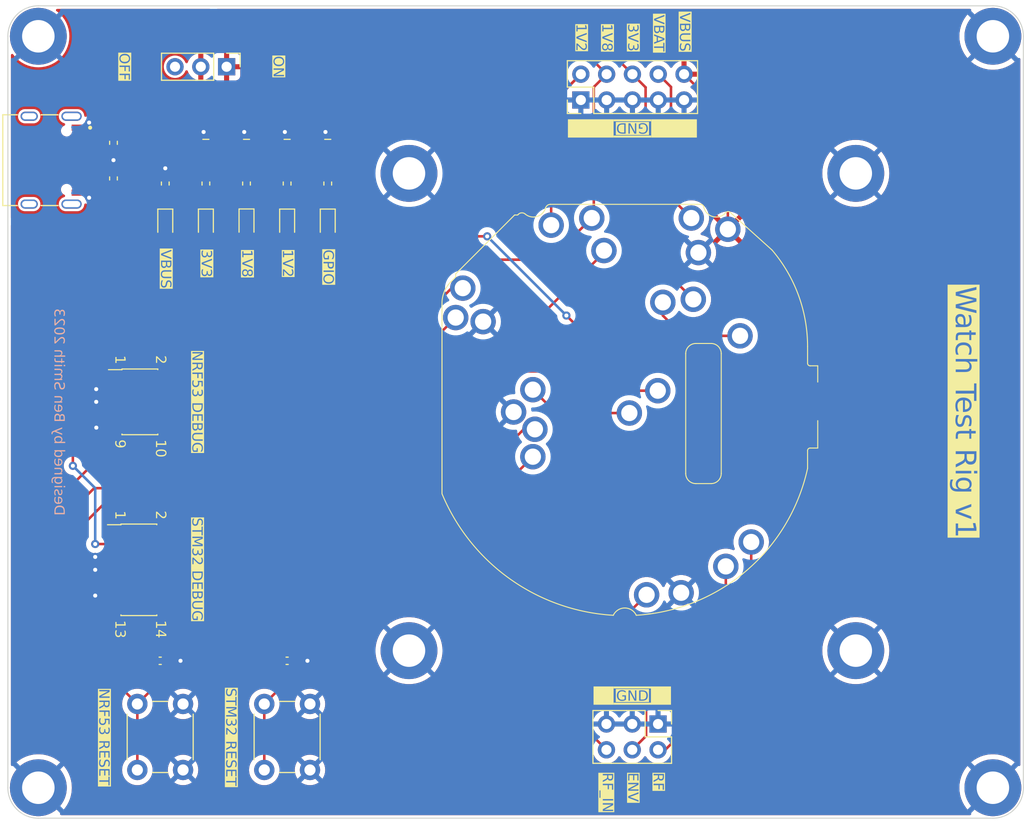
<source format=kicad_pcb>
(kicad_pcb (version 20221018) (generator pcbnew)
  (layers (0 "F.Cu" signal) (31 "B.Cu" signal) (34 "B.Paste" user) (35 "F.Paste" user) (36 "B.SilkS" user "B.Silkscreen") (37 "F.SilkS" user "F.Silkscreen") (38 "B.Mask" user) (39 "F.Mask" user) (44 "Edge.Cuts" user))
  (net 0 "")
  (net 1 "/STM32_SWDIO")
  (net 2 "/STM32_SWCLK")
  (net 3 "/STM32_SWO")
  (net 5 "/STM32_VCP_TX")
  (net 6 "+1V8")
  (net 7 "/STM32_VCP_RX")
  (net 9 "GND")
  (net 12 "/STM32_RST")
  (net 13 "/NRF_SWDIO")
  (net 14 "/NRF_SWCLK")
  (net 18 "/NRF_RST")
  (net 19 "+1V2")
  (net 20 "+3V3")
  (net 21 "+VBAT")
  (net 22 "VBUS")
  (net 23 "/LED_3V3_K")
  (net 24 "/LED_1V8_K")
  (net 25 "/LED_1V2_K")
  (net 26 "/LED_VBUS_K")
  (net 27 "/LED_3V3_D")
  (net 28 "/LED_1V8_D")
  (net 29 "/LED_1V2_D")
  (net 30 "/LED_STM32_K")
  (net 31 "/LED_STM32_D")
  (net 32 "/CC1")
  (net 33 "/CC2")
  (net 34 "/VIN")
  (net 45 "/LED_STM32")
  (net 47 "/RF_IN")
  (net 48 "/SIGNAL_ENVELOPE")
  (net 49 "/RF")
  (footprint "Diode_SMD:D_0603_1608Metric" (layer "F.Cu") (at 130.5 76.5 -90)
    (fp_text reference "D104" hide)
    (fp_text value "GREEN" hide)
    (pad "1" smd roundrect (at -0.7875 0 270) (size 0.875 0.95) (layers "F.Cu" "F.Paste" "F.Mask") (net 26 "/LED_VBUS_K"))
    (pad "2" smd roundrect (at 0.7875 0 270) (size 0.875 0.95) (layers "F.Cu" "F.Paste" "F.Mask") (net 22 "VBUS"))
  )
  (footprint "Button_Switch_THT:SW_PUSH_6mm_H5mm" (layer "F.Cu") (at 127.75 130.25 90)
    (fp_text reference "SW102" hide)
    (fp_text value "PSH_BTN")
    (pad "1" thru_hole circle (at 0 0 180) (size 2 2) (drill 1.1) (layers "*.Cu" "*.Mask") (net 18 "/NRF_RST"))
    (pad "1" thru_hole circle (at 6.5 0 180) (size 2 2) (drill 1.1) (layers "*.Cu" "*.Mask") (net 18 "/NRF_RST"))
    (pad "2" thru_hole circle (at 0 4.5 180) (size 2 2) (drill 1.1) (layers "*.Cu" "*.Mask") (net 9 "GND"))
    (pad "2" thru_hole circle (at 6.5 4.5 180) (size 2 2) (drill 1.1) (layers "*.Cu" "*.Mask") (net 9 "GND"))
  )
  (footprint "Capacitor_SMD:C_0402_1005Metric" (layer "F.Cu") (at 142.5 119.5 180)
    (fp_text reference "C101" hide)
    (fp_text value "100n")
    (pad "1" smd roundrect (at -0.48 0 180) (size 0.56 0.62) (layers "F.Cu" "F.Paste" "F.Mask") (net 9 "GND"))
    (pad "2" smd roundrect (at 0.48 0 180) (size 0.56 0.62) (layers "F.Cu" "F.Paste" "F.Mask") (net 12 "/STM32_RST"))
  )
  (footprint "Resistor_SMD:R_0402_1005Metric" (layer "F.Cu") (at 130.5 72.5 90)
    (fp_text reference "R104" hide)
    (fp_text value "2k2" hide)
    (pad "1" smd roundrect (at -0.51 0 90) (size 0.54 0.64) (layers "F.Cu" "F.Paste" "F.Mask") (net 26 "/LED_VBUS_K"))
    (pad "2" smd roundrect (at 0.51 0 90) (size 0.54 0.64) (layers "F.Cu" "F.Paste" "F.Mask") (net 9 "GND"))
  )
  (footprint "MountingHole:MountingHole_3.2mm_M3_DIN965_Pad_TopBottom" (layer "F.Cu") (at 198.5 118.5)
    (fp_text reference "H108" hide)
    (fp_text value "M3")
    (pad "1" thru_hole circle (at 0 0) (size 3.6 3.6) (drill 3.2) (layers "*.Cu" "*.Mask") (net 9 "GND"))
    (pad "1" connect circle (at 0 0) (size 5.6 5.6) (layers "F.Cu" "F.Mask") (net 9 "GND"))
    (pad "1" connect circle (at 0 0) (size 5.6 5.6) (layers "B.Cu" "B.Mask") (net 9 "GND"))
  )
  (footprint "Diode_SMD:D_0603_1608Metric" (layer "F.Cu") (at 138.5 76.49 -90)
    (fp_text reference "D102" hide)
    (fp_text value "GREEN" hide)
    (pad "1" smd roundrect (at -0.7875 0 270) (size 0.875 0.95) (layers "F.Cu" "F.Paste" "F.Mask") (net 24 "/LED_1V8_K"))
    (pad "2" smd roundrect (at 0.7875 0 270) (size 0.875 0.95) (layers "F.Cu" "F.Paste" "F.Mask") (net 22 "VBUS"))
  )
  (footprint "watch_footprints:Pogo_Pin_8mm" (layer "F.Cu") (at 187.1 87.5)
    (fp_text reference "PP116" hide)
    (fp_text value "8mm" hide)
    (pad "1" thru_hole circle (at 0 0) (size 2.5 2.5) (drill 1.6) (layers "*.Cu" "*.Mask") (net 45 "/LED_STM32"))
  )
  (footprint "watch_footprints:Pogo_Pin_8mm" (layer "F.Cu") (at 176.2 95.1)
    (fp_text reference "PP107" hide)
    (fp_text value "8mm" hide)
    (pad "1" thru_hole circle (at 0 0) (size 2.5 2.5) (drill 1.6) (layers "*.Cu" "*.Mask") (net 7 "/STM32_VCP_RX"))
  )
  (footprint "Button_Switch_THT:SW_PUSH_6mm_H5mm" (layer "F.Cu") (at 140.25 130.25 90)
    (fp_text reference "SW101" hide)
    (fp_text value "PSH_BTN")
    (pad "1" thru_hole circle (at 0 0 180) (size 2 2) (drill 1.1) (layers "*.Cu" "*.Mask") (net 12 "/STM32_RST"))
    (pad "1" thru_hole circle (at 6.5 0 180) (size 2 2) (drill 1.1) (layers "*.Cu" "*.Mask") (net 12 "/STM32_RST"))
    (pad "2" thru_hole circle (at 0 4.5 180) (size 2 2) (drill 1.1) (layers "*.Cu" "*.Mask") (net 9 "GND"))
    (pad "2" thru_hole circle (at 6.5 4.5 180) (size 2 2) (drill 1.1) (layers "*.Cu" "*.Mask") (net 9 "GND"))
  )
  (footprint "watch_footprints:DMN21D2UFB7B" (layer "F.Cu") (at 138.5 69 90)
    (fp_text reference "Q102" hide)
    (fp_text value "DMN21D2UFB-7B" hide)
    (pad "1" smd rect (at 0.35 0.225 180) (size 0.25 0.4) (layers "F.Cu" "F.Paste" "F.Mask") (net 6 "+1V8"))
    (pad "2" smd rect (at 0.35 -0.225 180) (size 0.25 0.4) (layers "F.Cu" "F.Paste" "F.Mask") (net 9 "GND"))
    (pad "3" smd rect (at -0.35 0 90) (size 0.4 0.7) (layers "F.Cu" "F.Paste" "F.Mask") (net 28 "/LED_1V8_D"))
  )
  (footprint "watch_footprints:DMN21D2UFB7B" (layer "F.Cu") (at 146.5 69 90)
    (fp_text reference "Q104" hide)
    (fp_text value "DMN21D2UFB-7B" hide)
    (pad "1" smd rect (at 0.35 0.225 180) (size 0.25 0.4) (layers "F.Cu" "F.Paste" "F.Mask") (net 45 "/LED_STM32"))
    (pad "2" smd rect (at 0.35 -0.225 180) (size 0.25 0.4) (layers "F.Cu" "F.Paste" "F.Mask") (net 9 "GND"))
    (pad "3" smd rect (at -0.35 0 90) (size 0.4 0.7) (layers "F.Cu" "F.Paste" "F.Mask") (net 31 "/LED_STM32_D"))
  )
  (footprint "Connector_PinHeader_2.54mm:PinHeader_1x03_P2.54mm_Vertical" (layer "F.Cu") (at 136.54 61 -90)
    (fp_text reference "SW103" hide)
    (fp_text value "SW_SPDT")
    (pad "1" thru_hole rect (at 0 0 270) (size 1.7 1.7) (drill 1) (layers "*.Cu" "*.Mask") (net 22 "VBUS"))
    (pad "2" thru_hole oval (at 0 2.54 270) (size 1.7 1.7) (drill 1) (layers "*.Cu" "*.Mask") (net 34 "/VIN"))
    (pad "3" thru_hole oval (at 0 5.08 270) (size 1.7 1.7) (drill 1) (layers "*.Cu" "*.Mask"))
  )
  (footprint "MountingHole:MountingHole_3.2mm_M3_DIN965_Pad_TopBottom" (layer "F.Cu") (at 198.5 71.5)
    (fp_text reference "H106" hide)
    (fp_text value "M3")
    (pad "1" thru_hole circle (at 0 0) (size 3.6 3.6) (drill 3.2) (layers "*.Cu" "*.Mask") (net 9 "GND"))
    (pad "1" connect circle (at 0 0) (size 5.6 5.6) (layers "F.Cu" "F.Mask") (net 9 "GND"))
    (pad "1" connect circle (at 0 0) (size 5.6 5.6) (layers "B.Cu" "B.Mask") (net 9 "GND"))
  )
  (footprint "Diode_SMD:D_0603_1608Metric" (layer "F.Cu") (at 142.5 76.5 -90)
    (fp_text reference "D103" hide)
    (fp_text value "GREEN" hide)
    (pad "1" smd roundrect (at -0.7875 0 270) (size 0.875 0.95) (layers "F.Cu" "F.Paste" "F.Mask") (net 25 "/LED_1V2_K"))
    (pad "2" smd roundrect (at 0.7875 0 270) (size 0.875 0.95) (layers "F.Cu" "F.Paste" "F.Mask") (net 22 "VBUS"))
  )
  (footprint "watch_footprints:Pogo_Pin_8mm" (layer "F.Cu") (at 182.3 75.9)
    (fp_text reference "PP111" hide)
    (fp_text value "8mm" hide)
    (pad "1" thru_hole circle (at 0 0) (size 2.5 2.5) (drill 1.6) (layers "*.Cu" "*.Mask") (net 21 "+VBAT"))
  )
  (footprint "Capacitor_SMD:C_0402_1005Metric" (layer "F.Cu") (at 130 119.5 180)
    (fp_text reference "C102" hide)
    (fp_text value "100n")
    (pad "1" smd roundrect (at -0.48 0 180) (size 0.56 0.62) (layers "F.Cu" "F.Paste" "F.Mask") (net 9 "GND"))
    (pad "2" smd roundrect (at 0.48 0 180) (size 0.56 0.62) (layers "F.Cu" "F.Paste" "F.Mask") (net 18 "/NRF_RST"))
  )
  (footprint "watch_footprints:Pogo_Pin_8mm" (layer "F.Cu") (at 185.9 77)
    (fp_text reference "PP110" hide)
    (fp_text value "8mm" hide)
    (pad "1" thru_hole circle (at 0 0) (size 2.5 2.5) (drill 1.6) (layers "*.Cu" "*.Mask") (net 22 "VBUS"))
  )
  (footprint "Connector_PinHeader_2.54mm:PinHeader_2x05_P2.54mm_Vertical" (layer "F.Cu") (at 171.425 64.275 90)
    (fp_text reference "J106" hide)
    (fp_text value "Conn_02x05_Odd_Even")
    (pad "1" thru_hole rect (at 0 0 90) (size 1.7 1.7) (drill 1) (layers "*.Cu" "*.Mask") (net 9 "GND"))
    (pad "2" thru_hole oval (at 2.54 0 90) (size 1.7 1.7) (drill 1) (layers "*.Cu" "*.Mask") (net 19 "+1V2"))
    (pad "3" thru_hole oval (at 0 2.54 90) (size 1.7 1.7) (drill 1) (layers "*.Cu" "*.Mask") (net 9 "GND"))
    (pad "4" thru_hole oval (at 2.54 2.54 90) (size 1.7 1.7) (drill 1) (layers "*.Cu" "*.Mask") (net 6 "+1V8"))
    (pad "5" thru_hole oval (at 0 5.08 90) (size 1.7 1.7) (drill 1) (layers "*.Cu" "*.Mask") (net 9 "GND"))
    (pad "6" thru_hole oval (at 2.54 5.08 90) (size 1.7 1.7) (drill 1) (layers "*.Cu" "*.Mask") (net 20 "+3V3"))
    (pad "7" thru_hole oval (at 0 7.62 90) (size 1.7 1.7) (drill 1) (layers "*.Cu" "*.Mask") (net 9 "GND"))
    (pad "8" thru_hole oval (at 2.54 7.62 90) (size 1.7 1.7) (drill 1) (layers "*.Cu" "*.Mask") (net 21 "+VBAT"))
    (pad "9" thru_hole oval (at 0 10.16 90) (size 1.7 1.7) (drill 1) (layers "*.Cu" "*.Mask") (net 9 "GND"))
    (pad "10" thru_hole oval (at 2.54 10.16 90) (size 1.7 1.7) (drill 1) (layers "*.Cu" "*.Mask") (net 22 "VBUS"))
  )
  (footprint "MountingHole:MountingHole_3.2mm_M3_DIN965_Pad_TopBottom" (layer "F.Cu") (at 118 58)
    (fp_text reference "H104" hide)
    (fp_text value "M3")
    (pad "1" thru_hole circle locked (at 0 0) (size 3.6 3.6) (drill 3.2) (layers "*.Cu" "*.Mask") (net 9 "GND"))
    (pad "1" connect circle locked (at 0 0) (size 5.6 5.6) (layers "F.Cu" "F.Mask") (net 9 "GND"))
    (pad "1" connect circle locked (at 0 0) (size 5.6 5.6) (layers "B.Cu" "B.Mask") (net 9 "GND"))
  )
  (footprint "MountingHole:MountingHole_3.2mm_M3_DIN965_Pad_TopBottom" (layer "F.Cu") (at 212 132)
    (fp_text reference "H102" hide)
    (fp_text value "M3")
    (pad "1" thru_hole circle locked (at 0 0) (size 3.6 3.6) (drill 3.2) (layers "*.Cu" "*.Mask") (net 9 "GND"))
    (pad "1" connect circle locked (at 0 0) (size 5.6 5.6) (layers "F.Cu" "F.Mask") (net 9 "GND"))
    (pad "1" connect circle locked (at 0 0) (size 5.6 5.6) (layers "B.Cu" "B.Mask") (net 9 "GND"))
  )
  (footprint "Resistor_SMD:R_0402_1005Metric" (layer "F.Cu") (at 138.5 72.5 90)
    (fp_text reference "R102" hide)
    (fp_text value "2k2" hide)
    (pad "1" smd roundrect (at -0.51 0 90) (size 0.54 0.64) (layers "F.Cu" "F.Paste" "F.Mask") (net 24 "/LED_1V8_K"))
    (pad "2" smd roundrect (at 0.51 0 90) (size 0.54 0.64) (layers "F.Cu" "F.Paste" "F.Mask") (net 28 "/LED_1V8_D"))
  )
  (footprint "watch_footprints:Pogo_Pin_8mm" (layer "F.Cu") (at 183 79.3)
    (fp_text reference "PP112" hide)
    (fp_text value "8mm" hide)
    (pad "1" thru_hole circle (at 0 0) (size 2.5 2.5) (drill 1.6) (layers "*.Cu" "*.Mask") (net 9 "GND"))
  )
  (footprint "watch_footprints:STDC14" (layer "F.Cu") (at 127.9 110.54)
    (fp_text reference "J101" hide)
    (fp_text value "STDC14" hide)
    (pad "1" smd rect (at -1.95 -3.81) (size 2.4 0.74) (layers "F.Cu" "F.Paste" "F.Mask"))
    (pad "2" smd rect (at 1.95 -3.81) (size 2.4 0.74) (layers "F.Cu" "F.Paste" "F.Mask"))
    (pad "3" smd rect (at -1.95 -2.54) (size 2.4 0.74) (layers "F.Cu" "F.Paste" "F.Mask") (net 6 "+1V8"))
    (pad "4" smd rect (at 1.95 -2.54) (size 2.4 0.74) (layers "F.Cu" "F.Paste" "F.Mask") (net 1 "/STM32_SWDIO"))
    (pad "5" smd rect (at -1.95 -1.27) (size 2.4 0.74) (layers "F.Cu" "F.Paste" "F.Mask") (net 9 "GND"))
    (pad "6" smd rect (at 1.95 -1.27) (size 2.4 0.74) (layers "F.Cu" "F.Paste" "F.Mask") (net 2 "/STM32_SWCLK"))
    (pad "7" smd rect (at -1.95 0) (size 2.4 0.74) (layers "F.Cu" "F.Paste" "F.Mask") (net 9 "GND"))
    (pad "8" smd rect (at 1.95 0) (size 2.4 0.74) (layers "F.Cu" "F.Paste" "F.Mask") (net 3 "/STM32_SWO"))
    (pad "9" smd rect (at -1.95 1.27) (size 2.4 0.74) (layers "F.Cu" "F.Paste" "F.Mask"))
    (pad "10" smd rect (at 1.95 1.27) (size 2.4 0.74) (layers "F.Cu" "F.Paste" "F.Mask"))
    (pad "11" smd rect (at -1.95 2.54) (size 2.4 0.74) (layers "F.Cu" "F.Paste" "F.Mask") (net 9 "GND"))
    (pad "12" smd rect (at 1.95 2.54) (size 2.4 0.74) (layers "F.Cu" "F.Paste" "F.Mask") (net 12 "/STM32_RST"))
    (pad "13" smd rect (at -1.95 3.81) (size 2.4 0.74) (layers "F.Cu" "F.Paste" "F.Mask") (net 7 "/STM32_VCP_RX"))
    (pad "14" smd rect (at 1.95 3.81) (size 2.4 0.74) (layers "F.Cu" "F.Paste" "F.Mask") (net 5 "/STM32_VCP_TX"))
  )
  (footprint "watch_footprints:Pogo_Pin_8mm" (layer "F.Cu") (at 164.8 95)
    (fp_text reference "PP114" hide)
    (fp_text value "8mm" hide)
    (pad "1" thru_hole circle (at 0 0) (size 2.5 2.5) (drill 1.6) (layers "*.Cu" "*.Mask") (net 9 "GND"))
  )
  (footprint "Resistor_SMD:R_0402_1005Metric" (layer "F.Cu") (at 125.4 68.49 -90)
    (fp_text reference "R107" hide)
    (fp_text value "5k1")
    (pad "1" smd roundrect (at -0.51 0 270) (size 0.54 0.64) (layers "F.Cu" "F.Paste" "F.Mask") (net 32 "/CC1"))
    (pad "2" smd roundrect (at 0.51 0 270) (size 0.54 0.64) (layers "F.Cu" "F.Paste" "F.Mask") (net 9 "GND"))
  )
  (footprint "Connector_PinHeader_2.54mm:PinHeader_2x03_P2.54mm_Vertical" (layer "F.Cu") (at 179.025 125.725 -90)
    (fp_text reference "J105" hide)
    (fp_text value "Conn_02x03_Odd_Even")
    (pad "1" thru_hole rect (at 0 0 270) (size 1.7 1.7) (drill 1) (layers "*.Cu" "*.Mask") (net 9 "GND"))
    (pad "2" thru_hole oval (at 2.54 0 270) (size 1.7 1.7) (drill 1) (layers "*.Cu" "*.Mask") (net 49 "/RF"))
    (pad "3" thru_hole oval (at 0 2.54 270) (size 1.7 1.7) (drill 1) (layers "*.Cu" "*.Mask") (net 9 "GND"))
    (pad "4" thru_hole oval (at 2.54 2.54 270) (size 1.7 1.7) (drill 1) (layers "*.Cu" "*.Mask") (net 48 "/SIGNAL_ENVELOPE"))
    (pad "5" thru_hole oval (at 0 5.08 270) (size 1.7 1.7) (drill 1) (layers "*.Cu" "*.Mask") (net 9 "GND"))
    (pad "6" thru_hole oval (at 2.54 5.08 270) (size 1.7 1.7) (drill 1) (layers "*.Cu" "*.Mask") (net 47 "/RF_IN"))
  )
  (footprint "Diode_SMD:D_0603_1608Metric" (layer "F.Cu") (at 134.5 76.5 -90)
    (fp_text reference "D101" hide)
    (fp_text value "GREEN" hide)
    (pad "1" smd roundrect (at -0.7875 0 270) (size 0.875 0.95) (layers "F.Cu" "F.Paste" "F.Mask") (net 23 "/LED_3V3_K"))
    (pad "2" smd roundrect (at 0.7875 0 270) (size 0.875 0.95) (layers "F.Cu" "F.Paste" "F.Mask") (net 22 "VBUS"))
  )
  (footprint "watch_footprints:Pogo_Pin_8mm" (layer "F.Cu") (at 168.5 76.6)
    (fp_text reference "PP119" hide)
    (fp_text value "8mm" hide)
    (pad "1" thru_hole circle (at 0 0) (size 2.5 2.5) (drill 1.6) (layers "*.Cu" "*.Mask") (net 19 "+1V2"))
  )
  (footprint "MountingHole:MountingHole_3.2mm_M3_DIN965_Pad_TopBottom" (layer "F.Cu") (at 118 132)
    (fp_text reference "H103" hide)
    (fp_text value "M3")
    (pad "1" thru_hole circle locked (at 0 0) (size 3.6 3.6) (drill 3.2) (layers "*.Cu" "*.Mask") (net 9 "GND"))
    (pad "1" connect circle locked (at 0 0) (size 5.6 5.6) (layers "F.Cu" "F.Mask") (net 9 "GND"))
    (pad "1" connect circle locked (at 0 0) (size 5.6 5.6) (layers "B.Cu" "B.Mask") (net 9 "GND"))
  )
  (footprint "watch_footprints:Pogo_Pin_8mm" (layer "F.Cu") (at 181.3 112.8)
    (fp_text reference "PP122" hide)
    (fp_text value "8mm")
    (pad "1" thru_hole circle (at 0 0) (size 2.5 2.5) (drill 1.6) (layers "*.Cu" "*.Mask") (net 9 "GND"))
  )
  (footprint "watch_footprints:MIPI10" (layer "F.Cu") (at 128 94)
    (fp_text reference "J102" hide)
    (fp_text value "MIPI10" hide)
    (pad "1" smd rect (at -1.95 -2.54) (size 2.4 0.74) (layers "F.Cu" "F.Paste" "F.Mask") (net 6 "+1V8"))
    (pad "2" smd rect (at 1.95 -2.54) (size 2.4 0.74) (layers "F.Cu" "F.Paste" "F.Mask") (net 13 "/NRF_SWDIO"))
    (pad "3" smd rect (at -1.95 -1.27) (size 2.4 0.74) (layers "F.Cu" "F.Paste" "F.Mask") (net 9 "GND"))
    (pad "4" smd rect (at 1.95 -1.27) (size 2.4 0.74) (layers "F.Cu" "F.Paste" "F.Mask") (net 14 "/NRF_SWCLK"))
    (pad "5" smd rect (at -1.95 0) (size 2.4 0.74) (layers "F.Cu" "F.Paste" "F.Mask") (net 9 "GND"))
    (pad "6" smd rect (at 1.95 0) (size 2.4 0.74) (layers "F.Cu" "F.Paste" "F.Mask"))
    (pad "7" smd rect (at -1.95 1.27) (size 2.4 0.74) (layers "F.Cu" "F.Paste" "F.Mask"))
    (pad "8" smd rect (at 1.95 1.27) (size 2.4 0.74) (layers "F.Cu" "F.Paste" "F.Mask"))
    (pad "9" smd rect (at -1.95 2.54) (size 2.4 0.74) (layers "F.Cu" "F.Paste" "F.Mask") (net 9 "GND"))
    (pad "10" smd rect (at 1.95 2.54) (size 2.4 0.74) (layers "F.Cu" "F.Paste" "F.Mask") (net 18 "/NRF_RST"))
  )
  (footprint "MountingHole:MountingHole_3.2mm_M3_DIN965_Pad_TopBottom" (layer "F.Cu") (at 154.5 118.5)
    (fp_text reference "H107" hide)
    (fp_text value "M3")
    (pad "1" thru_hole circle (at 0 0) (size 3.6 3.6) (drill 3.2) (layers "*.Cu" "*.Mask") (net 9 "GND"))
    (pad "1" connect circle (at 0 0) (size 5.6 5.6) (layers "F.Cu" "F.Mask") (net 9 "GND"))
    (pad "1" connect circle (at 0 0) (size 5.6 5.6) (layers "B.Cu" "B.Mask") (net 9 "GND"))
  )
  (footprint "watch_footprints:Pogo_Pin_8mm" (layer "F.Cu") (at 159.8 82.8)
    (fp_text reference "PP108" hide)
    (fp_text value "8mm" hide)
    (pad "1" thru_hole circle (at 0 0) (size 2.5 2.5) (drill 1.6) (layers "*.Cu" "*.Mask") (net 13 "/NRF_SWDIO"))
  )
  (footprint "Resistor_SMD:R_0402_1005Metric" (layer "F.Cu") (at 146.5 72.5 90)
    (fp_text reference "R105" hide)
    (fp_text value "2k2" hide)
    (pad "1" smd roundrect (at -0.51 0 90) (size 0.54 0.64) (layers "F.Cu" "F.Paste" "F.Mask") (net 30 "/LED_STM32_K"))
    (pad "2" smd roundrect (at 0.51 0 90) (size 0.54 0.64) (layers "F.Cu" "F.Paste" "F.Mask") (net 31 "/LED_STM32_D"))
  )
  (footprint "Resistor_SMD:R_0402_1005Metric" (layer "F.Cu") (at 125.4 72 90)
    (fp_text reference "R106" hide)
    (fp_text value "5k1")
    (pad "1" smd roundrect (at -0.51 0 90) (size 0.54 0.64) (layers "F.Cu" "F.Paste" "F.Mask") (net 33 "/CC2"))
    (pad "2" smd roundrect (at 0.51 0 90) (size 0.54 0.64) (layers "F.Cu" "F.Paste" "F.Mask") (net 9 "GND"))
  )
  (footprint "Resistor_SMD:R_0402_1005Metric" (layer "F.Cu") (at 134.5 72.5 90)
    (fp_text reference "R101" hide)
    (fp_text value "2k2" hide)
    (pad "1" smd roundrect (at -0.51 0 90) (size 0.54 0.64) (layers "F.Cu" "F.Paste" "F.Mask") (net 23 "/LED_3V3_K"))
    (pad "2" smd roundrect (at 0.51 0 90) (size 0.54 0.64) (layers "F.Cu" "F.Paste" "F.Mask") (net 27 "/LED_3V3_D"))
  )
  (footprint "watch_footprints:Pogo_Pin_8mm" (layer "F.Cu") (at 185.7 110.2)
    (fp_text reference "PP120" hide)
    (fp_text value "8mm")
    (pad "1" thru_hole circle (at 0 0) (size 2.5 2.5) (drill 1.6) (layers "*.Cu" "*.Mask") (net 48 "/SIGNAL_ENVELOPE"))
  )
  (footprint "watch_footprints:DMN21D2UFB7B" (layer "F.Cu") (at 142.5 69 90)
    (fp_text reference "Q103" hide)
    (fp_text value "DMN21D2UFB-7B" hide)
    (pad "1" smd rect (at 0.35 0.225 180) (size 0.25 0.4) (layers "F.Cu" "F.Paste" "F.Mask") (net 19 "+1V2"))
    (pad "2" smd rect (at 0.35 -0.225 180) (size 0.25 0.4) (layers "F.Cu" "F.Paste" "F.Mask") (net 9 "GND"))
    (pad "3" smd rect (at -0.35 0 90) (size 0.4 0.7) (layers "F.Cu" "F.Paste" "F.Mask") (net 29 "/LED_1V2_D"))
  )
  (footprint "watch_footprints:Watch Outline V1 SS" (layer "F.Cu") (at 175.7 95.2)
    (fp_text reference "U101" hide)
    (fp_text value "Watch_Outline SS")
  )
  (footprint "watch_footprints:Pogo_Pin_8mm" (layer "F.Cu") (at 161.8 86.1)
    (fp_text reference "PP113" hide)
    (fp_text value "8mm" hide)
    (pad "1" thru_hole circle (at 0 0) (size 2.5 2.5) (drill 1.6) (layers "*.Cu" "*.Mask") (net 9 "GND"))
  )
  (footprint "Diode_SMD:D_0603_1608Metric" (layer "F.Cu") (at 146.5 76.5 -90)
    (fp_text reference "D105" hide)
    (fp_text value "GREEN" hide)
    (pad "1" smd roundrect (at -0.7875 0 270) (size 0.875 0.95) (layers "F.Cu" "F.Paste" "F.Mask") (net 30 "/LED_STM32_K"))
    (pad "2" smd roundrect (at 0.7875 0 270) (size 0.875 0.95) (layers "F.Cu" "F.Paste" "F.Mask") (net 22 "VBUS"))
  )
  (footprint "watch_footprints:Pogo_Pin_8mm" (layer "F.Cu") (at 172.5 75.9)
    (fp_text reference "PP118" hide)
    (fp_text value "8mm" hide)
    (pad "1" thru_hole circle (at 0 0) (size 2.5 2.5) (drill 1.6) (layers "*.Cu" "*.Mask") (net 6 "+1V8"))
  )
  (footprint "watch_footprints:Pogo_Pin_8mm" (layer "F.Cu") (at 179 92.9)
    (fp_text reference "PP105" hide)
    (fp_text value "8mm" hide)
    (pad "1" thru_hole circle (at 0 0) (size 2.5 2.5) (drill 1.6) (layers "*.Cu" "*.Mask") (net 5 "/STM32_VCP_TX"))
  )
  (footprint "watch_footprints:Pogo_Pin_8mm" (layer "F.Cu") (at 166.9 96.7)
    (fp_text reference "PP101" hide)
    (fp_text value "8mm" hide)
    (pad "1" thru_hole circle (at 0 0) (size 2.5 2.5) (drill 1.6) (layers "*.Cu" "*.Mask") (net 1 "/STM32_SWDIO"))
  )
  (footprint "watch_footprints:Pogo_Pin_8mm" (layer "F.Cu") (at 182.5 83.9)
    (fp_text reference "PP115" hide)
    (fp_text value "8mm" hide)
    (pad "1" thru_hole circle (at 0 0) (size 2.5 2.5) (drill 1.6) (layers "*.Cu" "*.Mask") (net 20 "+3V3"))
  )
  (footprint "MountingHole:MountingHole_3.2mm_M3_DIN965_Pad_TopBottom" (layer "F.Cu") (at 154.5 71.5)
    (fp_text reference "H105" hide)
    (fp_text value "M3")
    (pad "1" thru_hole circle (at 0 0) (size 3.6 3.6) (drill 3.2) (layers "*.Cu" "*.Mask") (net 9 "GND"))
    (pad "1" connect circle (at 0 0) (size 5.6 5.6) (layers "F.Cu" "F.Mask") (net 9 "GND"))
    (pad "1" connect circle (at 0 0) (size 5.6 5.6) (layers "B.Cu" "B.Mask") (net 9 "GND"))
  )
  (footprint "watch_footprints:Pogo_Pin_8mm" (layer "F.Cu") (at 166.7 99.4)
    (fp_text reference "PP102" hide)
    (fp_text value "8mm" hide)
    (pad "1" thru_hole circle (at 0 0) (size 2.5 2.5) (drill 1.6) (layers "*.Cu" "*.Mask") (net 2 "/STM32_SWCLK"))
  )
  (footprint "watch_footprints:Pogo_Pin_8mm" (layer "F.Cu") (at 159.1 85.7)
    (fp_text reference "PP106" hide)
    (fp_text value "8mm" hide)
    (pad "1" thru_hole circle (at 0 0) (size 2.5 2.5) (drill 1.6) (layers "*.Cu" "*.Mask") (net 14 "/NRF_SWCLK"))
  )
  (footprint "watch_footprints:Pogo_Pin_8mm" (layer "F.Cu") (at 188.2 107.8)
    (fp_text reference "PP121" hide)
    (fp_text value "8mm")
    (pad "1" thru_hole circle (at 0 0) (size 2.5 2.5) (drill 1.6) (layers "*.Cu" "*.Mask") (net 49 "/RF"))
  )
  (footprint "watch_footprints:TYPE-C-31-M-12" (layer "F.Cu") (at 117.1 70.2 -90)
    (fp_text reference "J103" hide)
    (fp_text value "TYPE-C-31-M-12" hide)
    (pad "" np_thru_hole circle (at -2.89 -3.68 270) (size 0.6 0.6) (drill 0.6) (layers "*.Cu" "*.Mask"))
    (pad "" np_thru_hole circle (at 2.89 -3.68 270) (size 0.6 0.6) (drill 0.6) (layers "*.Cu" "*.Mask"))
    (pad "A1_B12" smd rect (at -3.2 -4.75 270) (size 0.6 1.14) (layers "F.Cu" "F.Paste") (net 9 "GND"))
    (pad "A4_B9" smd rect (at -2.4 -4.75 270) (size 0.6 1.14) (layers "F.Cu" "F.Paste") (net 34 "/VIN"))
    (pad "A5" smd rect (at -1.25 -4.75 270) (size 0.3 1.14) (layers "F.Cu" "F.Paste") (net 32 "/CC1"))
    (pad "A6" smd rect (at -0.25 -4.75 270) (size 0.3 1.14) (layers "F.Cu" "F.Paste"))
    (pad "A7" smd rect (at 0.25 -4.75 270) (size 0.3 1.14) (layers "F.Cu" "F.Paste"))
    (pad "A8" smd rect (at 1.25 -4.75 270) (size 0.3 1.14) (layers "F.Cu" "F.Paste"))
    (pad "B1_A12" smd rect (at 3.2 -4.75 270) (size 0.6 1.14) (layers "F.Cu" "F.Paste") (net 9 "GND"))
    (pad "B4_A9" smd rect (at 2.4 -4.75 270) (size 0.6 1.14) (layers "F.Cu" "F.Paste") (net 34 "/VIN"))
    (pad "B5" smd rect (at 1.75 -4.75 270) (size 0.3 1.14) (layers "F.Cu" "F.Paste") (net 33 "/CC2"))
    (pad "B6" smd rect (at 0.75 -4.75 270) (size 0.3 1.14) (layers "F.Cu" "F.Paste"))
    (pad "B7" smd rect (at -0.75 -4.75 270) (size 0.3 1.14) (layers "F.Cu" "F.Paste"))
    (pad "B8" smd rect (at -1.75 -4.75 270) (size 0.3 1.14) (layers "F.Cu" "F.Paste"))
    (pad "S1" thru_hole oval (at -4.325 -4.17 270) (size 0.9 2) (drill oval 0.6 1.7) (layers "*.Cu" "*.Mask"))
    (pad "S2" thru_hole oval (at 4.325 -4.17 270) (size 0.9 2) (drill oval 0.6 1.7) (layers "*.Cu" "*.Mask"))
    (pad "S3" thru_hole oval (at -4.325 0 270) (size 0.9 1.7) (drill oval 0.6 1.4) (layers "*.Cu" "*.Mask"))
    (pad "S4" thru_hole oval (at 4.325 0 270) (size 0.9 1.7) (drill oval 0.6 1.4) (layers "*.Cu" "*.Mask"))
  )
  (footprint "MountingHole:MountingHole_3.2mm_M3_DIN965_Pad_TopBottom" (layer "F.Cu") (at 212 58)
    (fp_text reference "H101" hide)
    (fp_text value "M3")
    (pad "1" thru_hole circle locked (at 0 0) (size 3.6 3.6) (drill 3.2) (layers "*.Cu" "*.Mask") (net 9 "GND"))
    (pad "1" connect circle locked (at 0 0) (size 5.6 5.6) (layers "F.Cu" "F.Mask") (net 9 "GND"))
    (pad "1" connect circle locked (at 0 0) (size 5.6 5.6) (layers "B.Cu" "B.Mask") (net 9 "GND"))
  )
  (footprint "watch_footprints:Pogo_Pin_8mm" (layer "F.Cu") (at 179.5 84.2)
    (fp_text reference "PP104" hide)
    (fp_text value "8mm" hide)
    (pad "1" thru_hole circle (at 0 0) (size 2.5 2.5) (drill 1.6) (layers "*.Cu" "*.Mask") (net 12 "/STM32_RST"))
  )
  (footprint "watch_footprints:Pogo_Pin_8mm" (layer "F.Cu") (at 177.9 113)
    (fp_text reference "PP117" hide)
    (fp_text value "8mm")
    (pad "1" thru_hole circle (at 0 0) (size 2.5 2.5) (drill 1.6) (layers "*.Cu" "*.Mask") (net 47 "/RF_IN"))
  )
  (footprint "watch_footprints:Pogo_Pin_8mm" (layer "F.Cu") (at 166.7 92.8)
    (fp_text reference "PP103" hide)
    (fp_text value "8mm" hide)
    (pad "1" thru_hole circle (at 0 0) (size 2.5 2.5) (drill 1.6) (layers "*.Cu" "*.Mask") (net 3 "/STM32_SWO"))
  )
  (footprint "watch_footprints:Pogo_Pin_8mm" (layer "F.Cu") (at 173.7 79.1)
    (fp_text reference "PP109" hide)
    (fp_text value "8mm" hide)
    (pad "1" thru_hole circle (at 0 0) (size 2.5 2.5) (drill 1.6) (layers "*.Cu" "*.Mask") (net 18 "/NRF_RST"))
  )
  (footprint "Resistor_SMD:R_0402_1005Metric" (layer "F.Cu") (at 142.5 72.5 90)
    (fp_text reference "R103" hide)
    (fp_text value "2k2" hide)
    (pad "1" smd roundrect (at -0.51 0 90) (size 0.54 0.64) (layers "F.Cu" "F.Paste" "F.Mask") (net 25 "/LED_1V2_K"))
    (pad "2" smd roundrect (at 0.51 0 90) (size 0.54 0.64) (layers "F.Cu" "F.Paste" "F.Mask") (net 29 "/LED_1V2_D"))
  )
  (footprint "watch_footprints:DMN21D2UFB7B" (layer "F.Cu") (at 134.5 69 90)
    (fp_text reference "Q101" hide)
    (fp_text value "DMN21D2UFB-7B" hide)
    (pad "1" smd rect (at 0.35 0.225 180) (size 0.25 0.4) (layers "F.Cu" "F.Paste" "F.Mask") (net 20 "+3V3"))
    (pad "2" smd rect (at 0.35 -0.225 180) (size 0.25 0.4) (layers "F.Cu" "F.Paste" "F.Mask") (net 9 "GND"))
    (pad "3" smd rect (at -0.35 0 90) (size 0.4 0.7) (layers "F.Cu" "F.Paste" "F.Mask") (net 27 "/LED_3V3_D"))
  )
  (gr_rect (start 178.35 122.225) (end 174.65 122.025) (fill solid) (layer "F.SilkS"))
  (gr_rect (start 172.6746 122.025) (end 174.65 123.825) (fill solid) (layer "F.SilkS"))
  (gr_rect (start 170.15 66.175) (end 174.65 67.975) (fill solid) (layer "F.SilkS"))
  (gr_rect (start 178.3246 123.825) (end 180.3 122.025) (fill solid) (layer "F.SilkS"))
  (gr_rect (start 178.35 66.175) (end 182.85 67.975) (fill solid) (layer "F.SilkS"))
  (gr_rect (start 174.65 66.175) (end 178.35 66.375) (fill solid) (layer "F.SilkS"))
  (gr_rect (start 178.35 67.975) (end 174.65 67.775) (fill solid) (layer "F.SilkS"))
  (gr_rect (start 178.35 123.825) (end 174.65 123.625) (fill solid) (layer "F.SilkS"))
  (gr_line locked (start 115 58) (end 115 132) (stroke (width 0.1)) (layer "Edge.Cuts"))
  (gr_line locked (start 212 55) (end 118 55) (stroke (width 0.1)) (layer "Edge.Cuts"))
  (gr_arc locked (start 118 135) (mid 115.87868 134.12132) (end 115 132) (stroke (width 0.1)) (layer "Edge.Cuts"))
  (gr_line locked (start 215 132) (end 215 58) (stroke (width 0.1)) (layer "Edge.Cuts"))
  (gr_arc locked (start 115 58) (mid 115.87868 55.87868) (end 118 55) (stroke (width 0.1)) (layer "Edge.Cuts"))
  (gr_line locked (start 118 135) (end 212 135) (stroke (width 0.1)) (layer "Edge.Cuts"))
  (gr_arc locked (start 215 132) (mid 214.12132 134.12132) (end 212 135) (stroke (width 0.1)) (layer "Edge.Cuts"))
  (gr_arc locked (start 212 55) (mid 214.12132 55.87868) (end 215 58) (stroke (width 0.1)) (layer "Edge.Cuts"))
  (gr_text "Designed by Ben Smith 2023" (at 120 95 -90) (layer "B.SilkS") (effects (font (size 1 1)) (justify mirror)))
  (gr_text "1V8" (at 173.95 59.5 270) (layer "F.SilkS" knockout) (effects (font (size 1 1)) (justify right)))
  (gr_text "VBUS" (at 130.5 79 270) (layer "F.SilkS" knockout) (effects (font (size 1 1)) (justify left)))
  (gr_text "2" (at 130 105.6 270) (layer "F.SilkS") (effects (font (size 1 1)) (justify right)))
  (gr_text "NRF53 DEBUG" (at 133 94 270) (layer "F.SilkS" knockout) (effects (font (size 1 1)) (justify bottom)))
  (gr_text "VBUS" (at 181.6 59.5 270) (layer "F.SilkS" knockout) (effects (font (size 1 1)) (justify right)))
  (gr_text "GPIO" (at 146.5 79 270) (layer "F.SilkS" knockout) (effects (font (size 1 1)) (justify left)))
  (gr_text "RF_IN" (at 174 130.5 270) (layer "F.SilkS" knockout) (effects (font (size 1 1)) (justify left)))
  (gr_text "ON" (at 141 61 270) (layer "F.SilkS" knockout) (effects (font (size 1 1)) (justify bottom)))
  (gr_text "STM32 DEBUG" (at 133 110.5 270) (layer "F.SilkS" knockout) (effects (font (size 1 1)) (justify bottom)))
  (gr_text "OFF" (at 127 61 270) (layer "F.SilkS" knockout) (effects (font (size 1 1)) (justify top)))
  (gr_text "Watch Test Rig v1" (at 208 95 270) (layer "F.SilkS" knockout) (effects (font (size 2 2)) (justify bottom)))
  (gr_text "1V2" (at 171.4 59.5 270) (layer "F.SilkS" knockout) (effects (font (size 1 1)) (justify right)))
  (gr_text "10" (at 130 97.7 270) (layer "F.SilkS") (effects (font (size 1 1)) (justify left)))
  (gr_text "RF" (at 179 130.5 270) (layer "F.SilkS" knockout) (effects (font (size 1 1)) (justify left)))
  (gr_text "NRF53 RESET" (at 125 127 270) (layer "F.SilkS" knockout) (effects (font (size 1 1)) (justify top)))
  (gr_text "3V3" (at 176.5 59.5 270) (layer "F.SilkS" knockout) (effects (font (size 1 1)) (justify right)))
  (gr_text "STM32 RESET" (at 137.5 127 270) (layer "F.SilkS" knockout) (effects (font (size 1 1)) (justify top)))
  (gr_text "13" (at 126 115.5 270) (layer "F.SilkS") (effects (font (size 1 1)) (justify left)))
  (gr_text "1" (at 126 105.6 270) (layer "F.SilkS") (effects (font (size 1 1)) (justify right)))
  (gr_text "1" (at 126 90.3 270) (layer "F.SilkS") (effects (font (size 1 1)) (justify right)))
  (gr_text "9" (at 126 97.7 270) (layer "F.SilkS") (effects (font (size 1 1)) (justify left)))
  (gr_text "1V8" (at 138.5 79 270) (layer "F.SilkS" knockout) (effects (font (size 1 1)) (justify left)))
  (gr_text "14" (at 130 115.5 270) (layer "F.SilkS") (effects (font (size 1 1)) (justify left)))
  (gr_text "3V3" (at 134.5 79 270) (layer "F.SilkS" knockout) (effects (font (size 1 1)) (justify left)))
  (gr_text "VBAT" (at 179.05 59.5 270) (layer "F.SilkS" knockout) (effects (font (size 1 1)) (justify right)))
  (gr_text "ENV" (at 176.5 130.5 270) (layer "F.SilkS" knockout) (effects (font (size 1 1)) (justify left)))
  (gr_text "GND" (at 176.5 123.6) (layer "F.SilkS" knockout) (effects (font (size 1 1)) (justify bottom)))
  (gr_text "1V2" (at 142.5 79 270) (layer "F.SilkS" knockout) (effects (font (size 1 1)) (justify left)))
  (gr_text "GND" (at 176.5 66.4 180) (layer "F.SilkS" knockout) (effects (font (size 1 1)) (justify bottom)))
  (gr_text "2" (at 130 90.3 270) (layer "F.SilkS") (effects (font (size 1 1)) (justify right)))
  (segment (start 165.8 96.7) (end 166.9 96.7) (width 0.25) (layer "F.Cu") (net 1))
  (segment (start 129.85 108) (end 154.5 108) (width 0.25) (layer "F.Cu") (net 1))
  (segment (start 154.5 108) (end 165.8 96.7) (width 0.25) (layer "F.Cu") (net 1))
  (segment (start 129.85 109.27) (end 156.83 109.27) (width 0.25) (layer "F.Cu") (net 2))
  (segment (start 156.83 109.27) (end 166.7 99.4) (width 0.25) (layer "F.Cu") (net 2))
  (segment (start 159.46 110.54) (end 169.5 100.5) (width 0.25) (layer "F.Cu") (net 3))
  (segment (start 169.5 100.5) (end 169.5 95.6) (width 0.25) (layer "F.Cu") (net 3))
  (segment (start 129.85 110.54) (end 159.46 110.54) (width 0.25) (layer "F.Cu") (net 3))
  (segment (start 169.5 95.6) (end 166.7 92.8) (width 0.25) (layer "F.Cu") (net 3))
  (segment (start 173.9 92.9) (end 179 92.9) (width 0.25) (layer "F.Cu") (net 5))
  (segment (start 162.25 89.5) (end 170.5 89.5) (width 0.25) (layer "F.Cu") (net 5))
  (segment (start 122.5 116) (end 121 114.5) (width 0.25) (layer "F.Cu") (net 5))
  (segment (start 149.25 102.5) (end 162.25 89.5) (width 0.25) (layer "F.Cu") (net 5))
  (segment (start 170.5 89.5) (end 173.9 92.9) (width 0.25) (layer "F.Cu") (net 5))
  (segment (start 123.5 102.5) (end 149.25 102.5) (width 0.25) (layer "F.Cu") (net 5))
  (segment (start 129.85 114.35) (end 128.2 116) (width 0.25) (layer "F.Cu") (net 5))
  (segment (start 121 105) (end 123.5 102.5) (width 0.25) (layer "F.Cu") (net 5))
  (segment (start 121 114.5) (end 121 105) (width 0.25) (layer "F.Cu") (net 5))
  (segment (start 128.2 116) (end 122.5 116) (width 0.25) (layer "F.Cu") (net 5))
  (segment (start 173.965 61.735) (end 172.43 60.2) (width 0.25) (layer "F.Cu") (net 6))
  (segment (start 172.5 75.9) (end 172.7 75.7) (width 0.25) (layer "F.Cu") (net 6))
  (segment (start 170.4 60.2) (end 167.4125 63.1875) (width 0.25) (layer "F.Cu") (net 6))
  (segment (start 121.4 92.8) (end 122.74 91.46) (width 0.25) (layer "F.Cu") (net 6))
  (segment (start 172.43 60.2) (end 170.4 60.2) (width 0.25) (layer "F.Cu") (net 6))
  (segment (start 126.05 91.46) (end 128.81 88.7) (width 0.25) (layer "F.Cu") (net 6))
  (segment (start 168.4 80) (end 172.5 75.9) (width 0.25) (layer "F.Cu") (net 6))
  (segment (start 172.7 63) (end 173.965 61.735) (width 0.25) (layer "F.Cu") (net 6))
  (segment (start 122.74 91.46) (end 126.05 91.46) (width 0.25) (layer "F.Cu") (net 6))
  (segment (start 144.1875 63.1875) (end 138.725 68.65) (width 0.25) (layer "F.Cu") (net 6))
  (segment (start 172.7 75.7) (end 172.7 63) (width 0.25) (layer "F.Cu") (net 6))
  (segment (start 121.4 100.3) (end 121.4 92.8) (width 0.25) (layer "F.Cu") (net 6))
  (segment (start 158 80) (end 168.4 80) (width 0.25) (layer "F.Cu") (net 6))
  (segment (start 167.4125 63.1875) (end 144.1875 63.1875) (width 0.25) (layer "F.Cu") (net 6))
  (segment (start 128.81 88.7) (end 149.3 88.7) (width 0.25) (layer "F.Cu") (net 6))
  (segment (start 125.95 108) (end 123.6 108) (width 0.25) (layer "F.Cu") (net 6))
  (segment (start 149.3 88.7) (end 158 80) (width 0.25) (layer "F.Cu") (net 6))
  (via (at 123.6 108) (size 0.8) (drill 0.4) (layers "F.Cu" "B.Cu") (net 6))
  (via (at 121.4 100.3) (size 0.8) (drill 0.4) (layers "F.Cu" "B.Cu") (net 6))
  (segment (start 123.6 108) (end 123.6 102.5) (width 0.25) (layer "B.Cu") (net 6))
  (segment (start 123.6 102.5) (end 121.4 100.3) (width 0.25) (layer "B.Cu") (net 6))
  (segment (start 164.5 91) (end 151.5 104) (width 0.25) (layer "F.Cu") (net 7))
  (segment (start 123.35 114.35) (end 125.95 114.35) (width 0.25) (layer "F.Cu") (net 7))
  (segment (start 176.2 95.1) (end 173.1 95.1) (width 0.25) (layer "F.Cu") (net 7))
  (segment (start 169 91) (end 164.5 91) (width 0.25) (layer "F.Cu") (net 7))
  (segment (start 122.5 106) (end 122.5 113.5) (width 0.25) (layer "F.Cu") (net 7))
  (segment (start 151.5 104) (end 124.5 104) (width 0.25) (layer "F.Cu") (net 7))
  (segment (start 122.5 113.5) (end 123.35 114.35) (width 0.25) (layer "F.Cu") (net 7))
  (segment (start 124.5 104) (end 122.5 106) (width 0.25) (layer "F.Cu") (net 7))
  (segment (start 173.1 95.1) (end 169 91) (width 0.25) (layer "F.Cu") (net 7))
  (segment (start 130.5 71.99) (end 130.5 71) (width 0.25) (layer "F.Cu") (net 9))
  (segment (start 134.275 67.425) (end 134.275 68.65) (width 0.25) (layer "F.Cu") (net 9))
  (segment (start 125.4 69) (end 125.4 70.2) (width 0.25) (layer "F.Cu") (net 9))
  (segment (start 123 73.9) (end 122.5 73.4) (width 0.25) (layer "F.Cu") (net 9))
  (segment (start 138.275 67.425) (end 138.275 68.65) (width 0.25) (layer "F.Cu") (net 9))
  (segment (start 123.6 113.08) (end 125.95 113.08) (width 0.25) (layer "F.Cu") (net 9))
  (segment (start 121.85 67) (end 122.5 67) (width 0.25) (layer "F.Cu") (net 9))
  (segment (start 142.98 119.5) (end 144.5 119.5) (width 0.25) (layer "F.Cu") (net 9))
  (segment (start 123.6 110.54) (end 125.95 110.54) (width 0.25) (layer "F.Cu") (net 9))
  (segment (start 130.48 119.5) (end 132 119.5) (width 0.25) (layer "F.Cu") (net 9))
  (segment (start 146.275 67.425) (end 146.275 68.65) (width 0.25) (layer "F.Cu") (net 9))
  (segment (start 122.5 67) (end 123 66.5) (width 0.25) (layer "F.Cu") (net 9))
  (segment (start 126.05 94) (end 123.7 94) (width 0.25) (layer "F.Cu") (net 9))
  (segment (start 123.72 92.73) (end 126.05 92.73) (width 0.25) (layer "F.Cu") (net 9))
  (segment (start 123.6 109.27) (end 125.95 109.27) (width 0.25) (layer "F.Cu") (net 9))
  (segment (start 125.4 71.49) (end 125.4 70.2) (width 0.25) (layer "F.Cu") (net 9))
  (segment (start 123.7 92.75) (end 123.72 92.73) (width 0.25) (layer "F.Cu") (net 9))
  (segment (start 122.5 73.4) (end 121.85 73.4) (width 0.25) (layer "F.Cu") (net 9))
  (segment (start 142.275 67.425) (end 142.275 68.65) (width 0.25) (layer "F.Cu") (net 9))
  (segment (start 123.71 96.54) (end 126.05 96.54) (width 0.25) (layer "F.Cu") (net 9))
  (via (at 132 119.5) (size 0.8) (drill 0.4) (layers "F.Cu" "B.Cu") (net 9))
  (via (at 123.6 109.27) (size 0.8) (drill 0.4) (layers "F.Cu" "B.Cu") (net 9))
  (via (at 123 73.9) (size 0.8) (drill 0.4) (layers "F.Cu" "B.Cu") (net 9))
  (via (at 134.275 67.425) (size 0.8) (drill 0.4) (layers "F.Cu" "B.Cu") (net 9))
  (via (at 146.275 67.425) (size 0.8) (drill 0.4) (layers "F.Cu" "B.Cu") (net 9))
  (via (at 138.275 67.425) (size 0.8) (drill 0.4) (layers "F.Cu" "B.Cu") (net 9))
  (via (at 123.7 94) (size 0.8) (drill 0.4) (layers "F.Cu" "B.Cu") (net 9))
  (via (at 130.5 71) (size 0.8) (drill 0.4) (layers "F.Cu" "B.Cu") (net 9))
  (via (at 123 66.5) (size 0.8) (drill 0.4) (layers "F.Cu" "B.Cu") (net 9))
  (via (at 125.4 70.2) (size 0.8) (drill 0.4) (layers "F.Cu" "B.Cu") (net 9))
  (via (at 123.6 110.54) (size 0.8) (drill 0.4) (layers "F.Cu" "B.Cu") (net 9))
  (via (at 123.71 96.54) (size 0.8) (drill 0.4) (layers "F.Cu" "B.Cu") (net 9))
  (via (at 123.7 92.75) (size 0.8) (drill 0.4) (layers "F.Cu" "B.Cu") (net 9))
  (via (at 144.5 119.5) (size 0.8) (drill 0.4) (layers "F.Cu" "B.Cu") (net 9))
  (via (at 142.275 67.425) (size 0.8) (drill 0.4) (layers "F.Cu" "B.Cu") (net 9))
  (via (at 123.6 113.08) (size 0.8) (drill 0.4) (layers "F.Cu" "B.Cu") (net 9))
  (segment (start 180.5 86.5) (end 179.5 85.5) (width 0.25) (layer "F.Cu") (net 12))
  (segment (start 165.42 113.08) (end 190 88.5) (width 0.25) (layer "F.Cu") (net 12))
  (segment (start 142.02 115.56) (end 144.5 113.08) (width 0.25) (layer "F.Cu") (net 12))
  (segment (start 142.02 121.98) (end 142.02 119.5) (width 0.25) (layer "F.Cu") (net 12))
  (segment (start 129.85 113.08) (end 144.5 113.08) (width 0.25) (layer "F.Cu") (net 12))
  (segment (start 144.5 113.08) (end 165.42 113.08) (width 0.25) (layer "F.Cu") (net 12))
  (segment (start 188.5 85) (end 185.5 85) (width 0.25) (layer "F.Cu") (net 12))
  (segment (start 190 88.5) (end 190 86.5) (width 0.25) (layer "F.Cu") (net 12))
  (segment (start 184 86.5) (end 180.5 86.5) (width 0.25) (layer "F.Cu") (net 12))
  (segment (start 185.5 85) (end 184 86.5) (width 0.25) (layer "F.Cu") (net 12))
  (segment (start 142.02 119.5) (end 142.02 115.56) (width 0.25) (layer "F.Cu") (net 12))
  (segment (start 140.25 123.75) (end 142.02 121.98) (width 0.25) (layer "F.Cu") (net 12))
  (segment (start 140.25 130.25) (end 140.25 123.75) (width 0.25) (layer "F.Cu") (net 12))
  (segment (start 179.5 85.5) (end 179.5 84.2) (width 0.25) (layer "F.Cu") (net 12))
  (segment (start 190 86.5) (end 188.5 85) (width 0.25) (layer "F.Cu") (net 12))
  (segment (start 150.04 91.46) (end 129.95 91.46) (width 0.25) (layer "F.Cu") (net 13))
  (segment (start 158.7 82.8) (end 150.04 91.46) (width 0.25) (layer "F.Cu") (net 13))
  (segment (start 159.8 82.8) (end 158.7 82.8) (width 0.25) (layer "F.Cu") (net 13))
  (segment (start 152.07 92.73) (end 129.95 92.73) (width 0.25) (layer "F.Cu") (net 14))
  (segment (start 159.1 85.7) (end 152.07 92.73) (width 0.25) (layer "F.Cu") (net 14))
  (segment (start 173.7 79.3) (end 173.7 79.1) (width 0.25) (layer "F.Cu") (net 18))
  (segment (start 165 88) (end 173.7 79.3) (width 0.25) (layer "F.Cu") (net 18))
  (segment (start 127.75 130.25) (end 127.75 123.75) (width 0.25) (layer "F.Cu") (net 18))
  (segment (start 129 99.5) (end 129.95 98.55) (width 0.25) (layer "F.Cu") (net 18))
  (segment (start 160 88) (end 165 88) (width 0.25) (layer "F.Cu") (net 18))
  (segment (start 151.46 96.54) (end 160 88) (width 0.25) (layer "F.Cu") (net 18))
  (segment (start 127.75 123.75) (end 119.5 115.5) (width 0.25) (layer "F.Cu") (net 18))
  (segment (start 129.52 121.98) (end 129.52 119.5) (width 0.25) (layer "F.Cu") (net 18))
  (segment (start 124 99.5) (end 129 99.5) (width 0.25) (layer "F.Cu") (net 18))
  (segment (start 127.75 123.75) (end 129.52 121.98) (width 0.25) (layer "F.Cu") (net 18))
  (segment (start 119.5 115.5) (end 119.5 104) (width 0.25) (layer "F.Cu") (net 18))
  (segment (start 129.95 98.55) (end 129.95 96.54) (width 0.25) (layer "F.Cu") (net 18))
  (segment (start 119.5 104) (end 124 99.5) (width 0.25) (layer "F.Cu") (net 18))
  (segment (start 129.95 96.54) (end 151.46 96.54) (width 0.25) (layer "F.Cu") (net 18))
  (segment (start 168.5 76.6) (end 168.5 64.66) (width 0.25) (layer "F.Cu") (net 19))
  (segment (start 168.46 64.7) (end 171.425 61.735) (width 0.25) (layer "F.Cu") (net 19))
  (segment (start 142.725 68.65) (end 146.675 64.7) (width 0.25) (layer "F.Cu") (net 19))
  (segment (start 146.675 64.7) (end 168.46 64.7) (width 0.25) (layer "F.Cu") (net 19))
  (segment (start 168.5 64.66) (end 171.425 61.735) (width 0.25) (layer "F.Cu") (net 19))
  (segment (start 166.3 61.6) (end 141.775 61.6) (width 0.25) (layer "F.Cu") (net 20))
  (segment (start 177.8 63.03) (end 176.505 61.735) (width 0.25) (layer "F.Cu") (net 20))
  (segment (start 141.775 61.6) (end 134.725 68.65) (width 0.25) (layer "F.Cu") (net 20))
  (segment (start 173.57 58.8) (end 169.1 58.8) (width 0.25) (layer "F.Cu") (net 20))
  (segment (start 182.5 83.9) (end 177.8 79.2) (width 0.25) (layer "F.Cu") (net 20))
  (segment (start 169.1 58.8) (end 166.3 61.6) (width 0.25) (layer "F.Cu") (net 20))
  (segment (start 177.8 79.2) (end 177.8 63.03) (width 0.25) (layer "F.Cu") (net 20))
  (segment (start 176.505 61.735) (end 173.57 58.8) (width 0.25) (layer "F.Cu") (net 20))
  (segment (start 180.3 62.99) (end 179.045 61.735) (width 0.25) (layer "F.Cu") (net 21))
  (segment (start 182.3 75.9) (end 180.3 73.9) (width 0.25) (layer "F.Cu") (net 21))
  (segment (start 180.3 73.9) (end 180.3 62.99) (width 0.25) (layer "F.Cu") (net 21))
  (segment (start 185.9 77) (end 185.9 66.05) (width 0.25) (layer "F.Cu") (net 22))
  (segment (start 185.9 66.05) (end 181.585 61.735) (width 0.25) (layer "F.Cu") (net 22))
  (segment (start 134.5 73.01) (end 134.5 75.7125) (width 0.25) (layer "F.Cu") (net 23))
  (segment (start 138.5 75.7025) (end 138.5 73.01) (width 0.25) (layer "F.Cu") (net 24))
  (segment (start 142.5 73.01) (end 142.5 75.7125) (width 0.25) (layer "F.Cu") (net 25))
  (segment (start 130.5 75.7125) (end 130.5 73.01) (width 0.25) (layer "F.Cu") (net 26))
  (segment (start 134.5 69.35) (end 134.5 71.99) (width 0.25) (layer "F.Cu") (net 27))
  (segment (start 138.5 71.99) (end 138.5 69.35) (width 0.25) (layer "F.Cu") (net 28))
  (segment (start 142.5 69.35) (end 142.5 71.99) (width 0.25) (layer "F.Cu") (net 29))
  (segment (start 146.5 73.01) (end 146.5 75.7125) (width 0.25) (layer "F.Cu") (net 30))
  (segment (start 146.5 71.99) (end 146.5 69.35) (width 0.25) (layer "F.Cu") (net 31))
  (segment (start 123.45 68.95) (end 124.42 67.98) (width 0.25) (layer "F.Cu") (net 32))
  (segment (start 121.85 68.95) (end 123.45 68.95) (width 0.25) (layer "F.Cu") (net 32))
  (segment (start 124.42 67.98) (end 125.4 67.98) (width 0.25) (layer "F.Cu") (net 32))
  (segment (start 121.85 71.95) (end 123.45 71.95) (width 0.25) (layer "F.Cu") (net 33))
  (segment (start 124.01 72.51) (end 125.4 72.51) (width 0.25) (layer "F.Cu") (net 33))
  (segment (start 123.45 71.95) (end 124.01 72.51) (width 0.25) (layer "F.Cu") (net 33))
  (segment (start 121.675 72.425) (end 121.069594 72.425) (width 0.25) (layer "F.Cu") (net 34))
  (segment (start 121.85 72.6) (end 121.675 72.425) (width 0.25) (layer "F.Cu") (net 34))
  (segment (start 121.244594 67.8) (end 121.85 67.8) (width 0.25) (layer "F.Cu") (net 34))
  (segment (start 120.8 72.155406) (end 120.8 68.244594) (width 0.25) (layer "F.Cu") (net 34))
  (segment (start 120.8 68.244594) (end 121.244594 67.8) (width 0.25) (layer "F.Cu") (net 34))
  (segment (start 121.069594 72.425) (end 120.8 72.155406) (width 0.25) (layer "F.Cu") (net 34))
  (segment (start 149.3 69.5) (end 148.45 68.65) (width 0.25) (layer "F.Cu") (net 45))
  (segment (start 149.3 76.6) (end 149.3 69.5) (width 0.25) (layer "F.Cu") (net 45))
  (segment (start 148.45 68.65) (end 146.725 68.65) (width 0.25) (layer "F.Cu") (net 45))
  (segment (start 172 87.5) (end 187.1 87.5) (width 0.25) (layer "F.Cu") (net 45))
  (segment (start 150.4 77.7) (end 149.3 76.6) (width 0.25) (layer "F.Cu") (net 45))
  (segment (start 162.2 77.7) (end 150.4 77.7) (width 0.25) (layer "F.Cu") (net 45))
  (segment (start 172 87.5) (end 170 85.5) (width 0.25) (layer "F.Cu") (net 45))
  (via (at 170 85.5) (size 0.8) (drill 0.4) (layers "F.Cu" "B.Cu") (net 45))
  (via (at 162.2 77.7) (size 0.8) (drill 0.4) (layers "F.Cu" "B.Cu") (net 45))
  (segment (start 162.2 77.7) (end 170 85.5) (width 0.25) (layer "B.Cu") (net 45))
  (segment (start 173.945 128.265) (end 172 126.32) (width 0.25) (layer "F.Cu") (net 47))
  (segment (start 172 118.9) (end 177.9 113) (width 0.25) (layer "F.Cu") (net 47))
  (segment (start 172 126.32) (end 172 118.9) (width 0.25) (layer "F.Cu") (net 47))
  (segment (start 185.7 115.8) (end 185.7 110.2) (width 0.25) (layer "F.Cu") (net 48))
  (segment (start 177.85 123.65) (end 185.7 115.8) (width 0.25) (layer "F.Cu") (net 48))
  (segment (start 176.485 128.265) (end 177.85 126.9) (width 0.25) (layer "F.Cu") (net 48))
  (segment (start 177.85 126.9) (end 177.85 123.65) (width 0.25) (layer "F.Cu") (net 48))
  (segment (start 179.735 128.265) (end 188.2 119.8) (width 0.25) (layer "F.Cu") (net 49))
  (segment (start 179.025 128.265) (end 179.735 128.265) (width 0.25) (layer "F.Cu") (net 49))
  (segment (start 188.2 119.8) (end 188.2 107.8) (width 0.25) (layer "F.Cu") (net 49))
  (zone (net 22) (net_name "VBUS") (layer "F.Cu") (priority 1) (connect_pads (clearance 0.5)) (min_thickness 0.25) (fill yes (thermal_gap 0.5) (thermal_bridge_width 0.5))
    (polygon (pts (xy 115 55) (xy 215 55) (xy 215 135) (xy 115 135)))
  )
  (zone (net 0) (net_name "") (layer "F.Cu") (connect_pads (clearance 0)) (min_thickness 0.25)
    (keepout (tracks allowed) (vias allowed) (pads allowed) (copperpour not_allowed) (footprints allowed))
    (fill (thermal_gap 0.5) (thermal_bridge_width 0.5))
    (polygon (pts (xy 183.085786 112.414214) (xy 182.378679 111.707107) (xy 183.792893 110.292894) (xy 184.5 111)))
  )
  (zone (net 0) (net_name "") (layer "F.Cu") (connect_pads (clearance 0)) (min_thickness 0.25)
    (keepout (tracks allowed) (vias allowed) (pads allowed) (copperpour not_allowed) (footprints allowed))
    (fill (thermal_gap 0.5) (thermal_bridge_width 0.5))
    (polygon (pts (xy 157.7 77.8) (xy 158.7 77.8) (xy 158.7 79.8) (xy 157.7 79.8)))
  )
  (zone (net 0) (net_name "") (layer "F.Cu") (connect_pads (clearance 0)) (min_thickness 0.25)
    (keepout (tracks allowed) (vias allowed) (pads allowed) (copperpour not_allowed) (footprints allowed))
    (fill (thermal_gap 0.5) (thermal_bridge_width 0.5))
    (polygon (pts (xy 182 80.5) (xy 183 80.5) (xy 183 82.5) (xy 182 82.5)))
  )
  (zone (net 0) (net_name "") (layer "F.Cu") (connect_pads (clearance 0)) (min_thickness 0.25)
    (keepout (tracks allowed) (vias allowed) (pads allowed) (copperpour not_allowed) (footprints allowed))
    (fill (thermal_gap 0.5) (thermal_bridge_width 0.5))
    (polygon (pts (xy 121.207107 117.207107) (xy 120.5 116.5) (xy 121.914214 115.085787) (xy 122.621321 115.792893)))
  )
  (zone (net 34) (net_name "/VIN") (layer "F.Cu") (priority 2) (connect_pads (clearance 0.25)) (min_thickness 0.25) (fill yes (thermal_gap 0.5) (thermal_bridge_width 0.5))
    (polygon (pts (xy 115 55) (xy 115 76) (xy 135 76) (xy 135 55)))
  )
  (zone (net 9) (net_name "GND") (layer "B.Cu") (connect_pads (clearance 0.5)) (min_thickness 0.25) (fill yes (thermal_gap 0.5) (thermal_bridge_width 0.5))
    (polygon (pts (xy 115 55) (xy 215 55) (xy 215 135) (xy 115 135)))
  )
)
</source>
